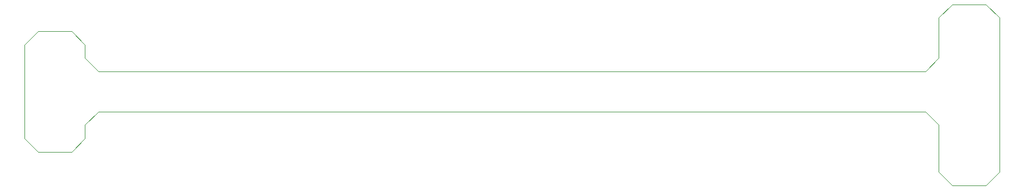
<source format=gbr>
%TF.GenerationSoftware,KiCad,Pcbnew,8.0.8*%
%TF.CreationDate,2025-05-20T22:03:47-04:00*%
%TF.ProjectId,Breakout-Flex-PCB-Testing-Stand,42726561-6b6f-4757-942d-466c65782d50,rev?*%
%TF.SameCoordinates,Original*%
%TF.FileFunction,Profile,NP*%
%FSLAX46Y46*%
G04 Gerber Fmt 4.6, Leading zero omitted, Abs format (unit mm)*
G04 Created by KiCad (PCBNEW 8.0.8) date 2025-05-20 22:03:47*
%MOMM*%
%LPD*%
G01*
G04 APERTURE LIST*
%TA.AperFunction,Profile*%
%ADD10C,0.050000*%
%TD*%
G04 APERTURE END LIST*
D10*
X275000000Y-67000000D02*
X277000000Y-69000000D01*
X268000000Y-92000000D02*
X268000000Y-85000000D01*
X132000000Y-87000000D02*
X132000000Y-73000000D01*
X143000000Y-83000000D02*
X266000000Y-83000000D01*
X270000000Y-67000000D02*
X268000000Y-69000000D01*
X275000000Y-67000000D02*
X270000000Y-67000000D01*
X134000000Y-71000000D02*
X132000000Y-73000000D01*
X275000000Y-94000000D02*
X277000000Y-92000000D01*
X141000000Y-87000000D02*
X141000000Y-85000000D01*
X134000000Y-89000000D02*
X132000000Y-87000000D01*
X275000000Y-94000000D02*
X270000000Y-94000000D01*
X139000000Y-89000000D02*
X141000000Y-87000000D01*
X139000000Y-89000000D02*
X134000000Y-89000000D01*
X143000000Y-77000000D02*
X141000000Y-75000000D01*
X141000000Y-75000000D02*
X141000000Y-73000000D01*
X143000000Y-77000000D02*
X266000000Y-77000000D01*
X141000000Y-85000000D02*
X143000000Y-83000000D01*
X139000000Y-71000000D02*
X134000000Y-71000000D01*
X277000000Y-92000000D02*
X277000000Y-69000000D01*
X268000000Y-75000000D02*
X268000000Y-69000000D01*
X270000000Y-94000000D02*
X268000000Y-92000000D01*
X266000000Y-77000000D02*
X268000000Y-75000000D01*
X266000000Y-83000000D02*
X268000000Y-85000000D01*
X141000000Y-73000000D02*
X139000000Y-71000000D01*
M02*

</source>
